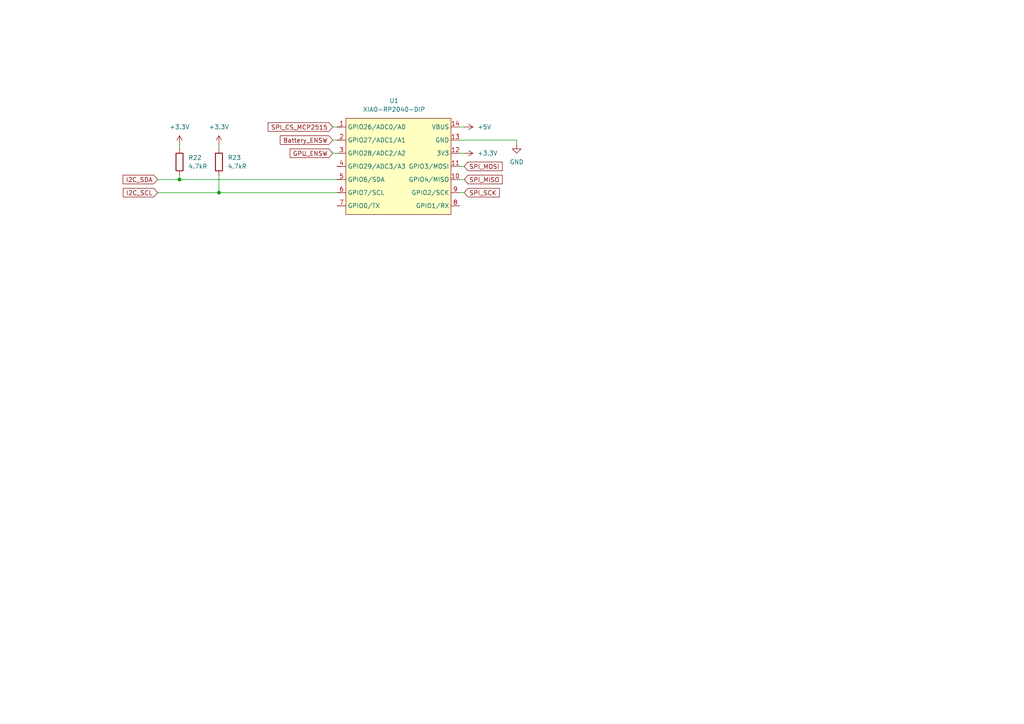
<source format=kicad_sch>
(kicad_sch (version 20250114) (generator "eeschema") (generator_version "9.0")
  (paper "A4")
  (lib_symbols
    (symbol "Device:R" (pin_numbers (hide yes)) (pin_names (offset 0))
      (property "Reference" "R" (at 2.032 0 90))
      (property "Value" "R" (at 0 0 90))
      (symbol "R_0_1"
        (rectangle (start -1.016 -2.54) (end 1.016 2.54) (stroke (width 0.254)))
      )
      (symbol "R_1_1"
        (pin passive line (at 0 3.81 270) (length 1.27) (name "~") (number "1"))
        (pin passive line (at 0 -3.81 90) (length 1.27) (name "~") (number "2"))
      )
    )
    (symbol "TSRP_Seeed_Studio_XIAO_Series:XIAO-RP2040-DIP"
      (property "Reference" "U" (at 0 0 0))
      (property "Value" "XIAO-RP2040-DIP" (at 15.24 -0.762 0))
      (symbol "XIAO-RP2040-DIP_1_0"
        (polyline (pts (xy -1.27 -5.08) (xy -2.54 -5.08)) (stroke (width 0.1524)))
        (polyline (pts (xy -1.27 -8.89) (xy -2.54 -8.89)) (stroke (width 0.1524)))
        (polyline (pts (xy -1.27 -12.7) (xy -2.54 -12.7)) (stroke (width 0.1524)))
        (polyline (pts (xy -1.27 -16.51) (xy -2.54 -16.51)) (stroke (width 0.1524)))
        (polyline (pts (xy -1.27 -20.32) (xy -2.54 -20.32)) (stroke (width 0.1524)))
        (polyline (pts (xy -1.27 -24.13) (xy -2.54 -24.13)) (stroke (width 0.1524)))
        (polyline (pts (xy -1.27 -27.94) (xy -2.54 -27.94)) (stroke (width 0.1524)))
        (pin passive line (at -2.54 -5.08 0) (length 2.54) (name "GPIO26/ADC0/A0") (number "1"))
        (pin passive line (at -2.54 -8.89 0) (length 2.54) (name "GPIO27/ADC1/A1") (number "2"))
        (pin passive line (at -2.54 -12.7 0) (length 2.54) (name "GPIO28/ADC2/A2") (number "3"))
        (pin passive line (at -2.54 -16.51 0) (length 2.54) (name "GPIO29/ADC3/A3") (number "4"))
        (pin passive line (at -2.54 -20.32 0) (length 2.54) (name "GPIO6/SDA") (number "5"))
        (pin passive line (at -2.54 -24.13 0) (length 2.54) (name "GPIO7/SCL") (number "6"))
        (pin passive line (at -2.54 -27.94 0) (length 2.54) (name "GPIO0/TX") (number "7"))
        (pin passive line (at 33.02 -5.08 180) (length 2.54) (name "VBUS") (number "14"))
        (pin passive line (at 33.02 -8.89 180) (length 2.54) (name "GND") (number "13"))
        (pin passive line (at 33.02 -12.7 180) (length 2.54) (name "3V3") (number "12"))
        (pin passive line (at 33.02 -16.51 180) (length 2.54) (name "GPIO3/MOSI") (number "11"))
        (pin passive line (at 33.02 -20.32 180) (length 2.54) (name "GPIO4/MISO") (number "10"))
        (pin passive line (at 33.02 -24.13 180) (length 2.54) (name "GPIO2/SCK") (number "9"))
        (pin passive line (at 33.02 -27.94 180) (length 2.54) (name "GPIO1/RX") (number "8"))
      )
      (symbol "XIAO-RP2040-DIP_1_1"
        (rectangle (start 0 -2.54) (end 30.48 -30.48) (fill (type background)))
      )
    )
    (symbol "power:+3.3V" (power) (pin_numbers (hide yes)) (pin_names (offset 0) (hide yes))
      (property "Value" "+3.3V" (at 0 3.556 0))
      (symbol "+3.3V_0_1"
        (polyline (pts (xy -0.762 1.27) (xy 0 2.54)))
        (polyline (pts (xy 0 2.54) (xy 0.762 1.27)))
        (polyline (pts (xy 0 0) (xy 0 2.54)))
      )
      (symbol "+3.3V_1_1"
        (pin power_in line (at 0 0 90) (length 0) (name "~") (number "1"))
      )
    )
    (symbol "power:+5V" (power) (pin_numbers (hide yes)) (pin_names (offset 0) (hide yes))
      (property "Value" "+5V" (at 0 3.556 0))
      (symbol "+5V_0_1"
        (polyline (pts (xy -0.762 1.27) (xy 0 2.54)))
        (polyline (pts (xy 0 2.54) (xy 0.762 1.27)))
        (polyline (pts (xy 0 0) (xy 0 2.54)))
      )
      (symbol "+5V_1_1"
        (pin power_in line (at 0 0 90) (length 0) (name "~") (number "1"))
      )
    )
    (symbol "power:GND" (power) (pin_numbers (hide yes)) (pin_names (offset 0) (hide yes))
      (property "Value" "GND" (at 0 -3.81 0))
      (symbol "GND_0_1"
        (polyline (pts (xy 0 0) (xy 0 -1.27) (xy 1.27 -1.27) (xy 0 -2.54) (xy -1.27 -1.27) (xy 0 -1.27)))
      )
      (symbol "GND_1_1"
        (pin power_in line (at 0 0 270) (length 0) (name "~") (number "1"))
      )
    )
  )
  (junction (at 63.5 55.88))
  (junction (at 52.07 52.07))
  (wire (pts (xy 133.35 52.07) (xy 134.62 52.07)))
  (wire (pts (xy 45.72 52.07) (xy 52.07 52.07)))
  (wire (pts (xy 96.52 44.45) (xy 97.79 44.45)))
  (wire (pts (xy 96.52 36.83) (xy 97.79 36.83)))
  (wire (pts (xy 45.72 55.88) (xy 63.5 55.88)))
  (wire (pts (xy 52.07 41.91) (xy 52.07 43.18)))
  (wire (pts (xy 133.35 44.45) (xy 134.62 44.45)))
  (wire (pts (xy 63.5 55.88) (xy 97.79 55.88)))
  (wire (pts (xy 63.5 50.8) (xy 63.5 55.88)))
  (wire (pts (xy 52.07 50.8) (xy 52.07 52.07)))
  (wire (pts (xy 133.35 36.83) (xy 134.62 36.83)))
  (wire (pts (xy 133.35 40.64) (xy 149.86 40.64)))
  (wire (pts (xy 63.5 41.91) (xy 63.5 43.18)))
  (wire (pts (xy 133.35 55.88) (xy 134.62 55.88)))
  (wire (pts (xy 52.07 52.07) (xy 97.79 52.07)))
  (wire (pts (xy 133.35 48.26) (xy 134.62 48.26)))
  (wire (pts (xy 96.52 40.64) (xy 97.79 40.64)))
  (wire (pts (xy 149.86 40.64) (xy 149.86 41.91)))
  (global_label "SPI_MISO" (shape input) (at 134.62 52.07 0) (property "Intersheetrefs" "${INTERSHEET_REFS}" (effects (hide yes))))
  (global_label "I2C_SDA" (shape input) (at 45.72 52.07 180) (property "Intersheetrefs" "${INTERSHEET_REFS}" (effects (hide yes))))
  (global_label "SPI_MOSI" (shape input) (at 134.62 48.26 0) (property "Intersheetrefs" "${INTERSHEET_REFS}" (effects (hide yes))))
  (global_label "SPI_CS_MCP2515" (shape input) (at 96.52 36.83 180) (property "Intersheetrefs" "${INTERSHEET_REFS}" (effects (hide yes))))
  (global_label "SPI_SCK" (shape input) (at 134.62 55.88 0) (property "Intersheetrefs" "${INTERSHEET_REFS}" (effects (hide yes))))
  (global_label "Battery_ENSW" (shape input) (at 96.52 40.64 180) (property "Intersheetrefs" "${INTERSHEET_REFS}" (effects (hide yes))))
  (global_label "GPU_ENSW" (shape input) (at 96.52 44.45 180) (property "Intersheetrefs" "${INTERSHEET_REFS}" (effects (hide yes))))
  (global_label "I2C_SCL" (shape input) (at 45.72 55.88 180) (property "Intersheetrefs" "${INTERSHEET_REFS}" (effects (hide yes))))
  (symbol (lib_id "power:+3.3V") (at 52.07 41.91 0) (unit 1)
    (property "Reference" "#PWR049" (effects (hide yes)))
    (property "Value" "+3.3V" (at 52.07 36.83 0))
    (property "Description" "Power symbol creates a global label with name \"+3.3V\"" (effects (hide yes)))
  )
  (symbol (lib_id "Device:R") (at 63.5 46.99 0) (unit 1)
    (property "Reference" "R23" (at 66.04 45.7199 0) (effects (justify left)))
    (property "Value" "4.7kR" (at 66.04 48.2599 0) (effects (justify left)))
    (property "Footprint" "Resistor_SMD:R_0603_1608Metric_Pad0.98x0.95mm_HandSolder" (effects (hide yes)))
    (property "Description" "Resistor" (effects (hide yes)))
  )
  (symbol (lib_id "power:GND") (at 149.86 41.91 0) (unit 1)
    (property "Reference" "#PWR03" (effects (hide yes)))
    (property "Value" "GND" (at 149.86 46.99 0))
    (property "Description" "Power symbol creates a global label with name \"GND\" , ground" (effects (hide yes)))
  )
  (symbol (lib_id "power:+3.3V") (at 134.62 44.45 270) (unit 1)
    (property "Reference" "#PWR02" (effects (hide yes)))
    (property "Value" "+3.3V" (at 138.43 44.4499 90) (effects (justify left)))
    (property "Description" "Power symbol creates a global label with name \"+3.3V\"" (effects (hide yes)))
  )
  (symbol (lib_id "Device:R") (at 52.07 46.99 0) (unit 1)
    (property "Reference" "R22" (at 54.61 45.7199 0) (effects (justify left)))
    (property "Value" "4.7kR" (at 54.61 48.2599 0) (effects (justify left)))
    (property "Footprint" "Resistor_SMD:R_0603_1608Metric_Pad0.98x0.95mm_HandSolder" (effects (hide yes)))
    (property "Description" "Resistor" (effects (hide yes)))
  )
  (symbol (lib_id "power:+3.3V") (at 63.5 41.91 0) (unit 1)
    (property "Reference" "#PWR050" (effects (hide yes)))
    (property "Value" "+3.3V" (at 63.5 36.83 0))
    (property "Description" "Power symbol creates a global label with name \"+3.3V\"" (effects (hide yes)))
  )
  (symbol (lib_id "power:+5V") (at 134.62 36.83 270) (unit 1)
    (property "Reference" "#PWR01" (effects (hide yes)))
    (property "Value" "+5V" (at 138.43 36.8299 90) (effects (justify left)))
    (property "Description" "Power symbol creates a global label with name \"+5V\"" (effects (hide yes)))
  )
  (symbol (lib_id "TSRP_Seeed_Studio_XIAO_Series:XIAO-RP2040-DIP") (at 100.33 31.75 0) (unit 1)
    (property "Reference" "U1" (at 114.3 29.21 0))
    (property "Value" "XIAO-RP2040-DIP" (at 114.3 31.75 0))
    (property "Footprint" "TSRP_Seeed_XIAO:XIAO-RP2040-SMD" (effects (hide yes)))
  )
)
</source>
